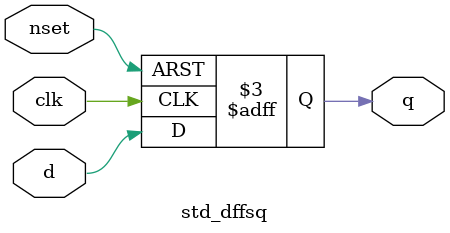
<source format=sv>

module std_dffsq #(parameter DW = 1) // array width
(
	input [DW-1:0]     d,
	input [DW-1:0]     clk,
	input [DW-1:0]     nset,
	output logic [DW-1:0] q
);

always_ff @(posedge clk, negedge nset) begin
	if(!nset) begin
		q <= {DW{1'b1}};
	end else begin
		q <= d;
	end
end

endmodule

</source>
